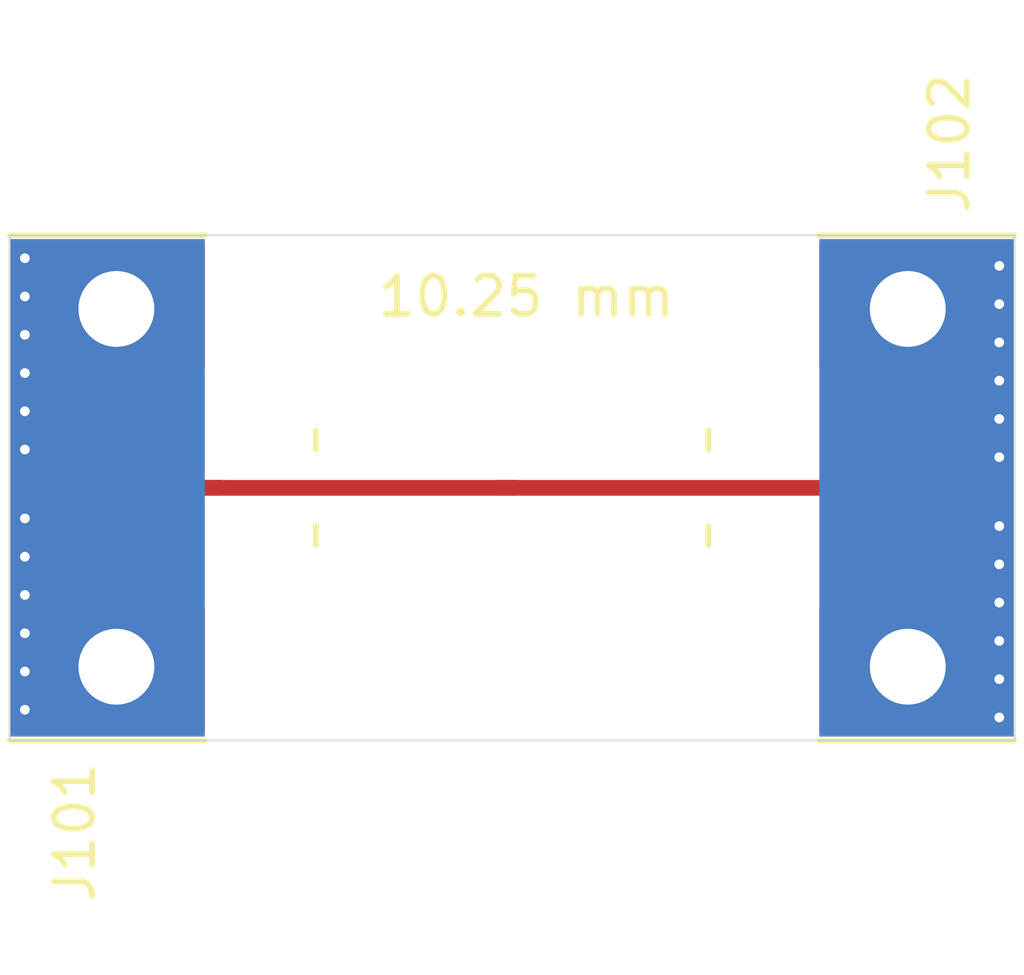
<source format=kicad_pcb>
(kicad_pcb (version 20171130) (host pcbnew "(5.1.4-74-gcf968cb6b)")

  (general
    (thickness 1.6)
    (drawings 5)
    (tracks 6)
    (zones 0)
    (modules 2)
    (nets 3)
  )

  (page A4)
  (layers
    (0 F.Cu signal)
    (1 In1.Cu signal)
    (2 In2.Cu signal)
    (31 B.Cu signal)
    (32 B.Adhes user)
    (33 F.Adhes user)
    (34 B.Paste user)
    (35 F.Paste user)
    (36 B.SilkS user)
    (37 F.SilkS user)
    (38 B.Mask user)
    (39 F.Mask user)
    (40 Dwgs.User user)
    (41 Cmts.User user)
    (42 Eco1.User user)
    (43 Eco2.User user)
    (44 Edge.Cuts user)
    (45 Margin user)
    (46 B.CrtYd user)
    (47 F.CrtYd user)
    (48 B.Fab user)
    (49 F.Fab user)
  )

  (setup
    (last_trace_width 0.41)
    (user_trace_width 0.41)
    (trace_clearance 0.2)
    (zone_clearance 0.2)
    (zone_45_only no)
    (trace_min 0.2)
    (via_size 0.8)
    (via_drill 0.4)
    (via_min_size 0.4)
    (via_min_drill 0.3)
    (uvia_size 0.3)
    (uvia_drill 0.1)
    (uvias_allowed no)
    (uvia_min_size 0.2)
    (uvia_min_drill 0.1)
    (edge_width 0.05)
    (segment_width 0.2)
    (pcb_text_width 0.3)
    (pcb_text_size 1.5 1.5)
    (mod_edge_width 0.12)
    (mod_text_size 1 1)
    (mod_text_width 0.15)
    (pad_size 1.524 1.524)
    (pad_drill 0.762)
    (pad_to_mask_clearance 0.02)
    (solder_mask_min_width 0.15)
    (aux_axis_origin 0 0)
    (visible_elements FFFFFF7F)
    (pcbplotparams
      (layerselection 0x010fc_ffffffff)
      (usegerberextensions false)
      (usegerberattributes false)
      (usegerberadvancedattributes false)
      (creategerberjobfile false)
      (excludeedgelayer true)
      (linewidth 0.100000)
      (plotframeref false)
      (viasonmask false)
      (mode 1)
      (useauxorigin false)
      (hpglpennumber 1)
      (hpglpenspeed 20)
      (hpglpendiameter 15.000000)
      (psnegative false)
      (psa4output false)
      (plotreference true)
      (plotvalue true)
      (plotinvisibletext false)
      (padsonsilk false)
      (subtractmaskfromsilk false)
      (outputformat 1)
      (mirror false)
      (drillshape 1)
      (scaleselection 1)
      (outputdirectory ""))
  )

  (net 0 "")
  (net 1 GND)
  (net 2 "Net-(J101-Pad1)")

  (net_class Default "This is the default net class."
    (clearance 0.2)
    (trace_width 0.25)
    (via_dia 0.8)
    (via_drill 0.4)
    (uvia_dia 0.3)
    (uvia_drill 0.1)
    (add_net GND)
    (add_net "Net-(J101-Pad1)")
  )

  (module vna_mm:sw_edge_oshpark_4layer (layer F.Cu) (tedit 5D8802F6) (tstamp 5D8815F2)
    (at 154.5 83 90)
    (path /5D880968)
    (fp_text reference J101 (at -9 1.7 90) (layer F.SilkS)
      (effects (font (size 1 1) (thickness 0.15)))
    )
    (fp_text value Conn_Coaxial (at -11.9 7.3) (layer F.Fab)
      (effects (font (size 1 1) (thickness 0.15)))
    )
    (fp_line (start 1 8) (end 1.5 8) (layer F.SilkS) (width 0.15))
    (fp_line (start -1 8) (end -1.5 8) (layer F.SilkS) (width 0.15))
    (fp_poly (pts (xy -6.6 0) (xy -0.5 0) (xy -0.5 5.1) (xy -6.6 5.1)) (layer F.Mask) (width 0.1))
    (fp_poly (pts (xy 0.5 0) (xy 6.6 0) (xy 6.6 5.1) (xy 0.5 5.1)) (layer F.Mask) (width 0.1))
    (fp_poly (pts (xy -0.6 1.9) (xy 0.6 1.9) (xy 0.6 5.1) (xy -0.6 5.1)) (layer F.Mask) (width 0.1))
    (fp_poly (pts (xy -0.5 0) (xy 0.5 0) (xy 0.5 1.3) (xy -0.5 1.3)) (layer F.Mask) (width 0.1))
    (fp_line (start 6.6 0) (end 6.6 5.1) (layer F.SilkS) (width 0.15))
    (fp_line (start -6.6 0) (end -6.6 5) (layer F.SilkS) (width 0.15))
    (fp_line (start -6.6 5) (end -6.6 5.1) (layer F.SilkS) (width 0.15))
    (pad 2 smd rect (at 0 2.55 270) (size 13 5.1) (layers B.Cu B.Mask)
      (net 1 GND))
    (pad 2 smd rect (at 4.775 2.85 270) (size 3.25 4.5) (layers F.Cu F.Mask)
      (net 1 GND))
    (pad 2 smd rect (at -4.775 2.85 270) (size 3.25 4.5) (layers F.Cu F.Mask)
      (net 1 GND))
    (pad 2 thru_hole circle (at -4.675 2.79 90) (size 3 3) (drill 1.98) (layers *.Cu *.Mask)
      (net 1 GND))
    (pad 2 thru_hole circle (at 4.675 2.79 90) (size 3 3) (drill 1.98) (layers *.Cu *.Mask)
      (net 1 GND))
    (pad 1 smd rect (at 0 3.04 90) (size 0.41 4.08) (layers F.Cu)
      (net 2 "Net-(J101-Pad1)"))
    (pad 1 smd trapezoid (at 0 0.55 90) (size 0.3 0.95) (rect_delta 0 0.11 ) (layers F.Cu F.Mask)
      (net 2 "Net-(J101-Pad1)"))
    (pad 2 smd rect (at 3.4 0.3 270) (size 6 0.6) (layers F.Cu F.Mask)
      (net 1 GND))
    (pad 2 smd trapezoid (at 3.4 0.7 90) (size 5.8 0.2) (rect_delta 0 -0.2 ) (layers F.Cu F.Mask)
      (net 1 GND))
    (pad 2 thru_hole circle (at 1 0.4 90) (size 0.5 0.5) (drill 0.254) (layers *.Cu *.Mask)
      (net 1 GND))
    (pad 2 thru_hole circle (at 2 0.4 90) (size 0.5 0.5) (drill 0.254) (layers *.Cu *.Mask)
      (net 1 GND))
    (pad 2 thru_hole circle (at 3 0.4 90) (size 0.5 0.5) (drill 0.254) (layers *.Cu *.Mask)
      (net 1 GND))
    (pad 2 thru_hole circle (at 4 0.4 90) (size 0.5 0.5) (drill 0.254) (layers *.Cu *.Mask)
      (net 1 GND))
    (pad 2 thru_hole circle (at 5 0.4 90) (size 0.5 0.5) (drill 0.254) (layers *.Cu *.Mask)
      (net 1 GND))
    (pad 2 thru_hole circle (at 6 0.4 90) (size 0.5 0.5) (drill 0.254) (layers *.Cu *.Mask)
      (net 1 GND))
    (pad 2 smd trapezoid (at -3.4 0.7 90) (size 5.8 0.2) (rect_delta 0 -0.2 ) (layers F.Cu F.Mask)
      (net 1 GND))
    (pad 2 smd rect (at -3.4 0.3 270) (size 6 0.6) (layers F.Cu F.Mask)
      (net 1 GND))
    (pad 2 thru_hole circle (at -2.8 0.4 90) (size 0.5 0.5) (drill 0.254) (layers *.Cu *.Mask)
      (net 1 GND))
    (pad 2 thru_hole circle (at -0.8 0.4 90) (size 0.5 0.5) (drill 0.254) (layers *.Cu *.Mask)
      (net 1 GND))
    (pad 2 thru_hole circle (at -1.8 0.4 90) (size 0.5 0.5) (drill 0.254) (layers *.Cu *.Mask)
      (net 1 GND))
    (pad 2 thru_hole circle (at -5.8 0.4 90) (size 0.5 0.5) (drill 0.254) (layers *.Cu *.Mask)
      (net 1 GND))
    (pad 2 thru_hole circle (at -3.8 0.4 90) (size 0.5 0.5) (drill 0.254) (layers *.Cu *.Mask)
      (net 1 GND))
    (pad 2 thru_hole circle (at -4.8 0.4 90) (size 0.5 0.5) (drill 0.254) (layers *.Cu *.Mask)
      (net 1 GND))
  )

  (module vna_mm:sw_edge_oshpark_4layer (layer F.Cu) (tedit 5D8802F6) (tstamp 5D8808DF)
    (at 180.75 83 270)
    (path /5D88288F)
    (fp_text reference J102 (at -9 1.7 90) (layer F.SilkS)
      (effects (font (size 1 1) (thickness 0.15)))
    )
    (fp_text value Conn_Coaxial (at -11.9 7.3) (layer F.Fab)
      (effects (font (size 1 1) (thickness 0.15)))
    )
    (fp_line (start 1 8) (end 1.5 8) (layer F.SilkS) (width 0.15))
    (fp_line (start -1 8) (end -1.5 8) (layer F.SilkS) (width 0.15))
    (fp_poly (pts (xy -6.6 0) (xy -0.5 0) (xy -0.5 5.1) (xy -6.6 5.1)) (layer F.Mask) (width 0.1))
    (fp_poly (pts (xy 0.5 0) (xy 6.6 0) (xy 6.6 5.1) (xy 0.5 5.1)) (layer F.Mask) (width 0.1))
    (fp_poly (pts (xy -0.6 1.9) (xy 0.6 1.9) (xy 0.6 5.1) (xy -0.6 5.1)) (layer F.Mask) (width 0.1))
    (fp_poly (pts (xy -0.5 0) (xy 0.5 0) (xy 0.5 1.3) (xy -0.5 1.3)) (layer F.Mask) (width 0.1))
    (fp_line (start 6.6 0) (end 6.6 5.1) (layer F.SilkS) (width 0.15))
    (fp_line (start -6.6 0) (end -6.6 5) (layer F.SilkS) (width 0.15))
    (fp_line (start -6.6 5) (end -6.6 5.1) (layer F.SilkS) (width 0.15))
    (pad 2 smd rect (at 0 2.55 90) (size 13 5.1) (layers B.Cu B.Mask)
      (net 1 GND))
    (pad 2 smd rect (at 4.775 2.85 90) (size 3.25 4.5) (layers F.Cu F.Mask)
      (net 1 GND))
    (pad 2 smd rect (at -4.775 2.85 90) (size 3.25 4.5) (layers F.Cu F.Mask)
      (net 1 GND))
    (pad 2 thru_hole circle (at -4.675 2.79 270) (size 3 3) (drill 1.98) (layers *.Cu *.Mask)
      (net 1 GND))
    (pad 2 thru_hole circle (at 4.675 2.79 270) (size 3 3) (drill 1.98) (layers *.Cu *.Mask)
      (net 1 GND))
    (pad 1 smd rect (at 0 3.04 270) (size 0.41 4.08) (layers F.Cu)
      (net 2 "Net-(J101-Pad1)"))
    (pad 1 smd trapezoid (at 0 0.55 270) (size 0.3 0.95) (rect_delta 0 0.11 ) (layers F.Cu F.Mask)
      (net 2 "Net-(J101-Pad1)"))
    (pad 2 smd rect (at 3.4 0.3 90) (size 6 0.6) (layers F.Cu F.Mask)
      (net 1 GND))
    (pad 2 smd trapezoid (at 3.4 0.7 270) (size 5.8 0.2) (rect_delta 0 -0.2 ) (layers F.Cu F.Mask)
      (net 1 GND))
    (pad 2 thru_hole circle (at 1 0.4 270) (size 0.5 0.5) (drill 0.254) (layers *.Cu *.Mask)
      (net 1 GND))
    (pad 2 thru_hole circle (at 2 0.4 270) (size 0.5 0.5) (drill 0.254) (layers *.Cu *.Mask)
      (net 1 GND))
    (pad 2 thru_hole circle (at 3 0.4 270) (size 0.5 0.5) (drill 0.254) (layers *.Cu *.Mask)
      (net 1 GND))
    (pad 2 thru_hole circle (at 4 0.4 270) (size 0.5 0.5) (drill 0.254) (layers *.Cu *.Mask)
      (net 1 GND))
    (pad 2 thru_hole circle (at 5 0.4 270) (size 0.5 0.5) (drill 0.254) (layers *.Cu *.Mask)
      (net 1 GND))
    (pad 2 thru_hole circle (at 6 0.4 270) (size 0.5 0.5) (drill 0.254) (layers *.Cu *.Mask)
      (net 1 GND))
    (pad 2 smd trapezoid (at -3.4 0.7 270) (size 5.8 0.2) (rect_delta 0 -0.2 ) (layers F.Cu F.Mask)
      (net 1 GND))
    (pad 2 smd rect (at -3.4 0.3 90) (size 6 0.6) (layers F.Cu F.Mask)
      (net 1 GND))
    (pad 2 thru_hole circle (at -2.8 0.4 270) (size 0.5 0.5) (drill 0.254) (layers *.Cu *.Mask)
      (net 1 GND))
    (pad 2 thru_hole circle (at -0.8 0.4 270) (size 0.5 0.5) (drill 0.254) (layers *.Cu *.Mask)
      (net 1 GND))
    (pad 2 thru_hole circle (at -1.8 0.4 270) (size 0.5 0.5) (drill 0.254) (layers *.Cu *.Mask)
      (net 1 GND))
    (pad 2 thru_hole circle (at -5.8 0.4 270) (size 0.5 0.5) (drill 0.254) (layers *.Cu *.Mask)
      (net 1 GND))
    (pad 2 thru_hole circle (at -3.8 0.4 270) (size 0.5 0.5) (drill 0.254) (layers *.Cu *.Mask)
      (net 1 GND))
    (pad 2 thru_hole circle (at -4.8 0.4 270) (size 0.5 0.5) (drill 0.254) (layers *.Cu *.Mask)
      (net 1 GND))
  )

  (gr_text "10.25 mm" (at 168 78) (layer F.SilkS)
    (effects (font (size 1 1) (thickness 0.15)))
  )
  (gr_line (start 154.5 76.4) (end 180.75 76.4) (layer Edge.Cuts) (width 0.05) (tstamp 5D8820E0))
  (gr_line (start 180.75 89.6) (end 154.5 89.6) (layer Edge.Cuts) (width 0.05) (tstamp 5D8820DF))
  (gr_line (start 180.75 76.4) (end 180.75 89.6) (layer Edge.Cuts) (width 0.05) (tstamp 5D88180E))
  (gr_line (start 154.5 76.4) (end 154.5 89.6) (layer Edge.Cuts) (width 0.05))

  (segment (start 157.54 83) (end 160 83) (width 0.41) (layer F.Cu) (net 2) (status 10))
  (segment (start 160 83) (end 160.205 83) (width 0.41) (layer F.Cu) (net 2))
  (segment (start 157.54 83) (end 159.99 83) (width 0.41) (layer F.Cu) (net 2))
  (segment (start 167.25 83) (end 177.71 83) (width 0.41) (layer F.Cu) (net 2))
  (segment (start 160.25 83) (end 167.25 83) (width 0.41) (layer F.Cu) (net 2))
  (segment (start 167.25 83) (end 167.72 83) (width 0.41) (layer F.Cu) (net 2))

  (zone (net 1) (net_name GND) (layer In1.Cu) (tstamp 0) (hatch edge 0.508)
    (connect_pads yes (clearance 0.2))
    (min_thickness 0.2)
    (fill yes (arc_segments 32) (thermal_gap 0.508) (thermal_bridge_width 0.508))
    (polygon
      (pts
        (xy 154.5 76.4) (xy 154.5 89.6) (xy 180.85 89.6) (xy 180.85 76.4)
      )
    )
    (filled_polygon
      (pts
        (xy 180.425001 89.275) (xy 154.825 89.275) (xy 154.825 76.725) (xy 180.425 76.725)
      )
    )
  )
  (zone (net 0) (net_name "") (layer F.Mask) (tstamp 0) (hatch edge 0.508)
    (connect_pads yes (clearance 0.2))
    (min_thickness 0.2)
    (fill yes (arc_segments 32) (thermal_gap 0.508) (thermal_bridge_width 0.508))
    (polygon
      (pts
        (xy 159.25 79.5) (xy 159.25 86.5) (xy 177.55 86.5) (xy 177.55 79.5)
      )
    )
    (filled_polygon
      (pts
        (xy 177.45 86.4) (xy 159.35 86.4) (xy 159.35 79.6) (xy 177.45 79.6)
      )
    )
  )
)

</source>
